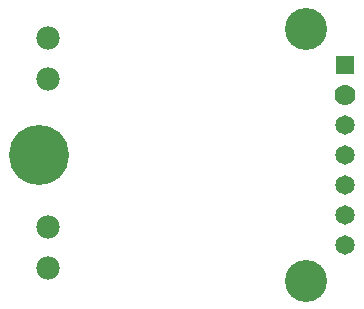
<source format=gbs>
G04 #@! TF.FileFunction,Soldermask,Bot*
%FSLAX46Y46*%
G04 Gerber Fmt 4.6, Leading zero omitted, Abs format (unit mm)*
G04 Created by KiCad (PCBNEW (2014-11-09 BZR 5259)-product) date Sat 15 Nov 2014 10:42:28 PM PST*
%MOMM*%
G01*
G04 APERTURE LIST*
%ADD10C,0.050000*%
%ADD11R,1.524000X1.524000*%
%ADD12C,1.778000*%
%ADD13C,1.651000*%
%ADD14C,3.556000*%
%ADD15C,5.080000*%
%ADD16C,1.968500*%
G04 APERTURE END LIST*
D10*
D11*
X130556000Y-93980000D03*
D12*
X130556000Y-96520000D03*
D13*
X130556000Y-99060000D03*
X130556000Y-101600000D03*
X130556000Y-104140000D03*
X130556000Y-106680000D03*
X130556000Y-109220000D03*
D14*
X127254000Y-90932000D03*
X127254000Y-112268000D03*
D15*
X104648000Y-101600000D03*
D16*
X105410000Y-107724000D03*
X105410000Y-111224000D03*
X105410000Y-91722000D03*
X105410000Y-95222000D03*
M02*

</source>
